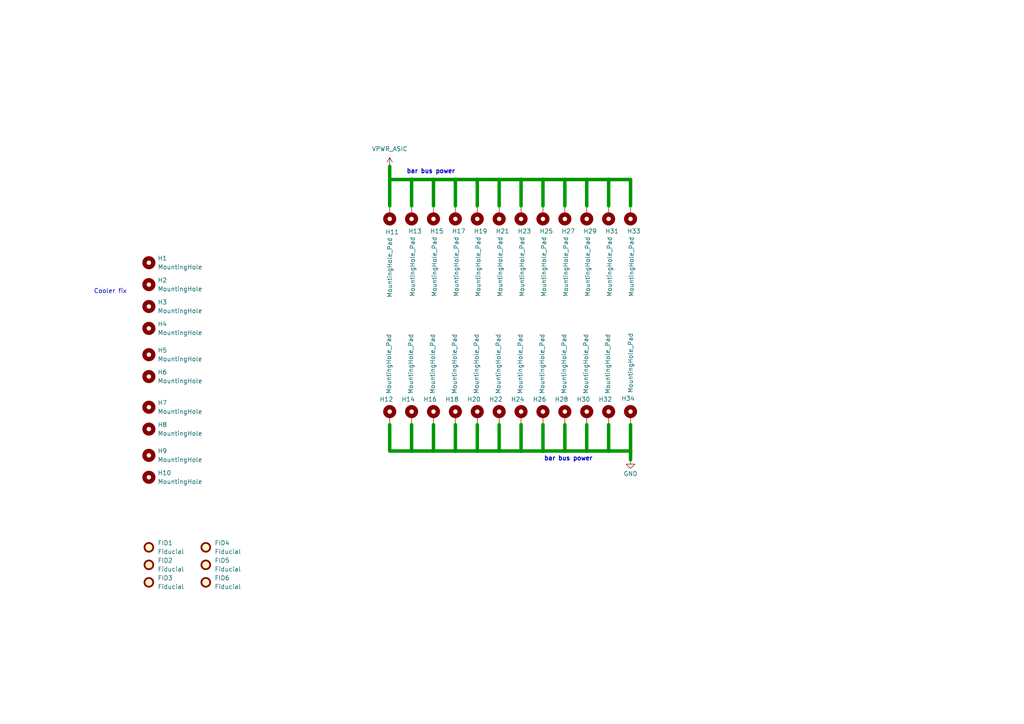
<source format=kicad_sch>
(kicad_sch (version 20231120) (generator "eeschema") (generator_version "8.0")
  (paper "A4")
  (lib_symbols
    (symbol "Mechanical:Fiducial" (exclude_from_sim yes) (in_bom no)
      (property "Reference" "FID" (at 0 5.08 0))
      (property "Value" "Fiducial" (at 0 3.175 0))
      (symbol "Fiducial_0_1"
        (circle (center 0 0) (radius 1.27) (stroke (width 0.508)) (fill (type background)))
      )
    )
    (symbol "Mechanical:MountingHole" (pin_names (offset 1.016))
      (property "Reference" "H" (at 0 5.08 0))
      (property "Value" "MountingHole" (at 0 3.175 0))
      (symbol "MountingHole_0_1"
        (circle (center 0 0) (radius 1.27) (stroke (width 1.27)))
      )
    )
    (symbol "Mechanical:MountingHole_Pad" (pin_numbers hide) (pin_names (offset 1.016) hide) (exclude_from_sim yes) (in_bom no)
      (property "Reference" "H" (at 0 6.35 0))
      (property "Value" "MountingHole_Pad" (at 0 4.445 0))
      (symbol "MountingHole_Pad_0_1"
        (circle (center 0 1.27) (radius 1.27) (stroke (width 1.27)))
      )
      (symbol "MountingHole_Pad_1_1"
        (pin input line (at 0 -2.54 90) (length 2.54) (name "1") (number "1"))
      )
    )
    (symbol "power:GND" (power) (pin_numbers hide) (pin_names (offset 0) hide)
      (property "Value" "GND" (at 0 -3.81 0))
      (symbol "GND_0_1"
        (polyline (pts (xy 0 0) (xy 0 -1.27) (xy 1.27 -1.27) (xy 0 -2.54) (xy -1.27 -1.27) (xy 0 -1.27)))
      )
      (symbol "GND_1_1"
        (pin power_in line (at 0 0 270) (length 0) (name "~") (number "1"))
      )
    )
    (symbol "power:VDD" (power) (pin_numbers hide) (pin_names (offset 0) hide)
      (property "Value" "VDD" (at 0 3.556 0))
      (symbol "VDD_0_1"
        (polyline (pts (xy -0.762 1.27) (xy 0 2.54)))
        (polyline (pts (xy 0 0) (xy 0 2.54)))
        (polyline (pts (xy 0 2.54) (xy 0.762 1.27)))
      )
      (symbol "VDD_1_1"
        (pin power_in line (at 0 0 90) (length 0) (name "~") (number "1"))
      )
    )
  )
  (junction (at 163.83 52.07))
  (junction (at 144.78 52.07))
  (junction (at 132.08 52.07))
  (junction (at 176.53 130.81))
  (junction (at 151.13 52.07))
  (junction (at 119.38 52.07))
  (junction (at 163.83 130.81))
  (junction (at 182.88 130.81))
  (junction (at 119.38 130.81))
  (junction (at 144.78 130.81))
  (junction (at 113.03 52.07))
  (junction (at 157.48 52.07))
  (junction (at 151.13 130.81))
  (junction (at 170.18 52.07))
  (junction (at 125.73 52.07))
  (junction (at 157.48 130.81))
  (junction (at 125.73 130.81))
  (junction (at 132.08 130.81))
  (junction (at 138.43 52.07))
  (junction (at 170.18 130.81))
  (junction (at 176.53 52.07))
  (junction (at 138.43 130.81))
  (wire (pts (xy 119.38 130.81) (xy 113.03 130.81)) (stroke (width 1)))
  (wire (pts (xy 170.18 52.07) (xy 176.53 52.07)) (stroke (width 1)))
  (wire (pts (xy 138.43 52.07) (xy 144.78 52.07)) (stroke (width 1)))
  (wire (pts (xy 157.48 59.69) (xy 157.48 52.07)) (stroke (width 1)))
  (wire (pts (xy 170.18 130.81) (xy 163.83 130.81)) (stroke (width 1)))
  (wire (pts (xy 176.53 130.81) (xy 182.88 130.81)) (stroke (width 1)))
  (wire (pts (xy 176.53 52.07) (xy 182.88 52.07)) (stroke (width 1)))
  (wire (pts (xy 170.18 130.81) (xy 176.53 130.81)) (stroke (width 1)))
  (wire (pts (xy 119.38 123.19) (xy 119.38 130.81)) (stroke (width 1)))
  (wire (pts (xy 144.78 59.69) (xy 144.78 52.07)) (stroke (width 1)))
  (wire (pts (xy 182.88 59.69) (xy 182.88 52.07)) (stroke (width 1)))
  (wire (pts (xy 151.13 130.81) (xy 144.78 130.81)) (stroke (width 1)))
  (wire (pts (xy 132.08 52.07) (xy 138.43 52.07)) (stroke (width 1)))
  (wire (pts (xy 176.53 59.69) (xy 176.53 52.07)) (stroke (width 1)))
  (wire (pts (xy 132.08 130.81) (xy 138.43 130.81)) (stroke (width 1)))
  (wire (pts (xy 113.03 48.26) (xy 113.03 52.07)) (stroke (width 1)))
  (wire (pts (xy 119.38 52.07) (xy 125.73 52.07)) (stroke (width 1)))
  (wire (pts (xy 138.43 59.69) (xy 138.43 52.07)) (stroke (width 1)))
  (wire (pts (xy 125.73 52.07) (xy 132.08 52.07)) (stroke (width 1)))
  (wire (pts (xy 163.83 59.69) (xy 163.83 52.07)) (stroke (width 1)))
  (wire (pts (xy 119.38 59.69) (xy 119.38 52.07)) (stroke (width 1)))
  (wire (pts (xy 170.18 59.69) (xy 170.18 52.07)) (stroke (width 1)))
  (wire (pts (xy 163.83 123.19) (xy 163.83 130.81)) (stroke (width 1)))
  (wire (pts (xy 138.43 130.81) (xy 144.78 130.81)) (stroke (width 1)))
  (wire (pts (xy 144.78 123.19) (xy 144.78 130.81)) (stroke (width 1)))
  (wire (pts (xy 157.48 130.81) (xy 151.13 130.81)) (stroke (width 1)))
  (wire (pts (xy 170.18 123.19) (xy 170.18 130.81)) (stroke (width 1)))
  (wire (pts (xy 125.73 59.69) (xy 125.73 52.07)) (stroke (width 1)))
  (wire (pts (xy 157.48 123.19) (xy 157.48 130.81)) (stroke (width 1)))
  (wire (pts (xy 182.88 130.81) (xy 182.88 133.35)) (stroke (width 1)))
  (wire (pts (xy 157.48 52.07) (xy 163.83 52.07)) (stroke (width 1)))
  (wire (pts (xy 113.03 52.07) (xy 119.38 52.07)) (stroke (width 1)))
  (wire (pts (xy 113.03 52.07) (xy 113.03 59.69)) (stroke (width 1)))
  (wire (pts (xy 113.03 123.19) (xy 113.03 130.81)) (stroke (width 1)))
  (wire (pts (xy 138.43 123.19) (xy 138.43 130.81)) (stroke (width 1)))
  (wire (pts (xy 176.53 123.19) (xy 176.53 130.81)) (stroke (width 1)))
  (wire (pts (xy 125.73 123.19) (xy 125.73 130.81)) (stroke (width 1)))
  (wire (pts (xy 163.83 52.07) (xy 170.18 52.07)) (stroke (width 1)))
  (wire (pts (xy 132.08 123.19) (xy 132.08 130.81)) (stroke (width 1)))
  (wire (pts (xy 132.08 130.81) (xy 125.73 130.81)) (stroke (width 1)))
  (wire (pts (xy 163.83 130.81) (xy 157.48 130.81)) (stroke (width 1)))
  (wire (pts (xy 144.78 52.07) (xy 151.13 52.07)) (stroke (width 1)))
  (wire (pts (xy 125.73 130.81) (xy 119.38 130.81)) (stroke (width 1)))
  (wire (pts (xy 151.13 52.07) (xy 157.48 52.07)) (stroke (width 1)))
  (wire (pts (xy 151.13 59.69) (xy 151.13 52.07)) (stroke (width 1)))
  (wire (pts (xy 132.08 59.69) (xy 132.08 52.07)) (stroke (width 1)))
  (wire (pts (xy 151.13 123.19) (xy 151.13 130.81)) (stroke (width 1)))
  (wire (pts (xy 182.88 130.81) (xy 182.88 123.19)) (stroke (width 1)))
  (text "Cooler fix" (at 32.004 84.582 0) (effects (font (size 1.27 1.27))))
  (text "bar bus power" (at 164.846 133.096 0) (effects (font (size 1.27 1.27) (thickness 0.254) (bold yes))))
  (text "bar bus power" (at 124.968 49.784 0) (effects (font (size 1.27 1.27) (thickness 0.254) (bold yes))))
  (symbol (lib_id "Mechanical:MountingHole_Pad") (at 119.38 120.65 0) (unit 1) (exclude_from_sim yes) (in_bom no)
    (property "Reference" "H14" (at 120.396 115.824 0) (effects (justify right)))
    (property "Value" "MountingHole_Pad" (at 119.126 96.774 90) (effects (justify right)))
    (property "Footprint" "EKO_Miner_ASIClib:SMTSO-M3-10ET" (effects (hide yes)))
    (property "Description" "Mounting Hole with connection" (effects (hide yes)))
    (property "MP" "SMTSO-M3-10ET" (effects (hide yes)))
    (property "P/N MOUSER" "153-SMTSO-M3-10ET" (effects (hide yes)))
  )
  (symbol (lib_id "power:VDD") (at 113.03 48.26 0) (unit 1)
    (property "Reference" "#PWR019" (effects (hide yes)))
    (property "Value" "VPWR_ASIC" (at 113.03 43.18 0))
    (property "Description" "Power symbol creates a global label with name \"VDD\"" (effects (hide yes)))
  )
  (symbol (lib_id "power:GND") (at 182.88 133.35 0) (unit 1)
    (property "Reference" "#PWR020" (effects (hide yes)))
    (property "Value" "GND" (at 182.88 137.414 0))
    (property "Description" "Power symbol creates a global label with name \"GND\" , ground" (effects (hide yes)))
  )
  (symbol (lib_id "Mechanical:MountingHole") (at 43.18 88.9 0) (unit 1)
    (property "Reference" "H3" (at 45.72 87.6299 0) (effects (justify left)))
    (property "Value" "MountingHole" (at 45.72 90.1699 0) (effects (justify left)))
    (property "Footprint" "MountingHole:MountingHole_3.2mm_M3_ISO7380" (effects (hide yes)))
    (property "Description" "Mounting Hole without connection" (effects (hide yes)))
  )
  (symbol (lib_id "Mechanical:MountingHole_Pad") (at 182.88 62.23 180) (unit 1) (exclude_from_sim yes) (in_bom no)
    (property "Reference" "H33" (at 181.864 67.056 0) (effects (justify right)))
    (property "Value" "MountingHole_Pad" (at 183.134 86.106 90) (effects (justify right)))
    (property "Footprint" "EKO_Miner_ASIClib:SMTSO-M3-10ET" (effects (hide yes)))
    (property "Description" "Mounting Hole with connection" (effects (hide yes)))
    (property "MP" "SMTSO-M3-10ET" (effects (hide yes)))
    (property "P/N MOUSER" "153-SMTSO-M3-10ET" (effects (hide yes)))
  )
  (symbol (lib_id "Mechanical:MountingHole_Pad") (at 144.78 62.23 180) (unit 1) (exclude_from_sim yes) (in_bom no)
    (property "Reference" "H21" (at 143.764 67.056 0) (effects (justify right)))
    (property "Value" "MountingHole_Pad" (at 145.034 86.106 90) (effects (justify right)))
    (property "Footprint" "EKO_Miner_ASIClib:SMTSO-M3-10ET" (effects (hide yes)))
    (property "Description" "Mounting Hole with connection" (effects (hide yes)))
    (property "MP" "SMTSO-M3-10ET" (effects (hide yes)))
    (property "P/N MOUSER" "153-SMTSO-M3-10ET" (effects (hide yes)))
  )
  (symbol (lib_id "Mechanical:MountingHole_Pad") (at 176.53 62.23 180) (unit 1) (exclude_from_sim yes) (in_bom no)
    (property "Reference" "H31" (at 175.514 67.056 0) (effects (justify right)))
    (property "Value" "MountingHole_Pad" (at 176.784 86.106 90) (effects (justify right)))
    (property "Footprint" "EKO_Miner_ASIClib:SMTSO-M3-10ET" (effects (hide yes)))
    (property "Description" "Mounting Hole with connection" (effects (hide yes)))
    (property "MP" "SMTSO-M3-10ET" (effects (hide yes)))
    (property "P/N MOUSER" "153-SMTSO-M3-10ET" (effects (hide yes)))
  )
  (symbol (lib_id "Mechanical:MountingHole_Pad") (at 138.43 62.23 180) (unit 1) (exclude_from_sim yes) (in_bom no)
    (property "Reference" "H19" (at 137.414 67.056 0) (effects (justify right)))
    (property "Value" "MountingHole_Pad" (at 138.684 86.106 90) (effects (justify right)))
    (property "Footprint" "EKO_Miner_ASIClib:SMTSO-M3-10ET" (effects (hide yes)))
    (property "Description" "Mounting Hole with connection" (effects (hide yes)))
    (property "MP" "SMTSO-M3-10ET" (effects (hide yes)))
    (property "P/N MOUSER" "153-SMTSO-M3-10ET" (effects (hide yes)))
  )
  (symbol (lib_id "Mechanical:MountingHole_Pad") (at 151.13 120.65 0) (unit 1) (exclude_from_sim yes) (in_bom no)
    (property "Reference" "H24" (at 152.146 115.824 0) (effects (justify right)))
    (property "Value" "MountingHole_Pad" (at 150.876 96.774 90) (effects (justify right)))
    (property "Footprint" "EKO_Miner_ASIClib:SMTSO-M3-10ET" (effects (hide yes)))
    (property "Description" "Mounting Hole with connection" (effects (hide yes)))
    (property "MP" "SMTSO-M3-10ET" (effects (hide yes)))
    (property "P/N MOUSER" "153-SMTSO-M3-10ET" (effects (hide yes)))
  )
  (symbol (lib_id "Mechanical:MountingHole_Pad") (at 170.18 120.65 0) (unit 1) (exclude_from_sim yes) (in_bom no)
    (property "Reference" "H30" (at 171.196 115.824 0) (effects (justify right)))
    (property "Value" "MountingHole_Pad" (at 169.926 96.774 90) (effects (justify right)))
    (property "Footprint" "EKO_Miner_ASIClib:SMTSO-M3-10ET" (effects (hide yes)))
    (property "Description" "Mounting Hole with connection" (effects (hide yes)))
    (property "MP" "SMTSO-M3-10ET" (effects (hide yes)))
    (property "P/N MOUSER" "153-SMTSO-M3-10ET" (effects (hide yes)))
  )
  (symbol (lib_id "Mechanical:MountingHole_Pad") (at 125.73 120.65 0) (unit 1) (exclude_from_sim yes) (in_bom no)
    (property "Reference" "H16" (at 126.746 115.824 0) (effects (justify right)))
    (property "Value" "MountingHole_Pad" (at 125.476 96.774 90) (effects (justify right)))
    (property "Footprint" "EKO_Miner_ASIClib:SMTSO-M3-10ET" (effects (hide yes)))
    (property "Description" "Mounting Hole with connection" (effects (hide yes)))
    (property "MP" "SMTSO-M3-10ET" (effects (hide yes)))
    (property "P/N MOUSER" "153-SMTSO-M3-10ET" (effects (hide yes)))
  )
  (symbol (lib_id "Mechanical:Fiducial") (at 43.18 158.75 0) (unit 1) (exclude_from_sim yes) (in_bom no)
    (property "Reference" "FID1" (at 45.72 157.4799 0) (effects (justify left)))
    (property "Value" "Fiducial" (at 45.72 160.0199 0) (effects (justify left)))
    (property "Footprint" "Fiducial:Fiducial_1mm_Mask2mm" (effects (hide yes)))
    (property "Description" "Fiducial Marker" (effects (hide yes)))
  )
  (symbol (lib_id "Mechanical:MountingHole_Pad") (at 144.78 120.65 0) (unit 1) (exclude_from_sim yes) (in_bom no)
    (property "Reference" "H22" (at 145.796 115.824 0) (effects (justify right)))
    (property "Value" "MountingHole_Pad" (at 144.526 96.774 90) (effects (justify right)))
    (property "Footprint" "EKO_Miner_ASIClib:SMTSO-M3-10ET" (effects (hide yes)))
    (property "Description" "Mounting Hole with connection" (effects (hide yes)))
    (property "MP" "SMTSO-M3-10ET" (effects (hide yes)))
    (property "P/N MOUSER" "153-SMTSO-M3-10ET" (effects (hide yes)))
  )
  (symbol (lib_id "Mechanical:MountingHole_Pad") (at 170.18 62.23 180) (unit 1) (exclude_from_sim yes) (in_bom no)
    (property "Reference" "H29" (at 169.164 67.056 0) (effects (justify right)))
    (property "Value" "MountingHole_Pad" (at 170.434 86.106 90) (effects (justify right)))
    (property "Footprint" "EKO_Miner_ASIClib:SMTSO-M3-10ET" (effects (hide yes)))
    (property "Description" "Mounting Hole with connection" (effects (hide yes)))
    (property "MP" "SMTSO-M3-10ET" (effects (hide yes)))
    (property "P/N MOUSER" "153-SMTSO-M3-10ET" (effects (hide yes)))
  )
  (symbol (lib_id "Mechanical:Fiducial") (at 59.69 163.83 0) (unit 1) (exclude_from_sim yes) (in_bom no)
    (property "Reference" "FID5" (at 62.23 162.5599 0) (effects (justify left)))
    (property "Value" "Fiducial" (at 62.23 165.0999 0) (effects (justify left)))
    (property "Footprint" "Fiducial:Fiducial_1mm_Mask2mm" (effects (hide yes)))
    (property "Description" "Fiducial Marker" (effects (hide yes)))
  )
  (symbol (lib_id "Mechanical:MountingHole_Pad") (at 132.08 62.23 180) (unit 1) (exclude_from_sim yes) (in_bom no)
    (property "Reference" "H17" (at 131.064 67.056 0) (effects (justify right)))
    (property "Value" "MountingHole_Pad" (at 132.334 86.106 90) (effects (justify right)))
    (property "Footprint" "EKO_Miner_ASIClib:SMTSO-M3-10ET" (effects (hide yes)))
    (property "Description" "Mounting Hole with connection" (effects (hide yes)))
    (property "MP" "SMTSO-M3-10ET" (effects (hide yes)))
    (property "P/N MOUSER" "153-SMTSO-M3-10ET" (effects (hide yes)))
  )
  (symbol (lib_id "Mechanical:MountingHole") (at 43.18 118.11 0) (unit 1)
    (property "Reference" "H7" (at 45.72 116.8399 0) (effects (justify left)))
    (property "Value" "MountingHole" (at 45.72 119.3799 0) (effects (justify left)))
    (property "Footprint" "MountingHole:MountingHole_3.2mm_M3_ISO7380" (effects (hide yes)))
    (property "Description" "Mounting Hole without connection" (effects (hide yes)))
  )
  (symbol (lib_id "Mechanical:MountingHole") (at 43.18 138.43 0) (unit 1)
    (property "Reference" "H10" (at 45.72 137.1599 0) (effects (justify left)))
    (property "Value" "MountingHole" (at 45.72 139.6999 0) (effects (justify left)))
    (property "Footprint" "MountingHole:MountingHole_3.2mm_M3_ISO7380" (effects (hide yes)))
    (property "Description" "Mounting Hole without connection" (effects (hide yes)))
  )
  (symbol (lib_id "Mechanical:MountingHole_Pad") (at 119.38 62.23 180) (unit 1) (exclude_from_sim yes) (in_bom no)
    (property "Reference" "H13" (at 118.364 67.056 0) (effects (justify right)))
    (property "Value" "MountingHole_Pad" (at 119.634 86.106 90) (effects (justify right)))
    (property "Footprint" "EKO_Miner_ASIClib:SMTSO-M3-10ET" (effects (hide yes)))
    (property "Description" "Mounting Hole with connection" (effects (hide yes)))
    (property "MP" "SMTSO-M3-10ET" (effects (hide yes)))
    (property "P/N MOUSER" "153-SMTSO-M3-10ET" (effects (hide yes)))
  )
  (symbol (lib_id "Mechanical:MountingHole") (at 43.18 124.46 0) (unit 1)
    (property "Reference" "H8" (at 45.72 123.1899 0) (effects (justify left)))
    (property "Value" "MountingHole" (at 45.72 125.7299 0) (effects (justify left)))
    (property "Footprint" "MountingHole:MountingHole_3.2mm_M3_ISO7380" (effects (hide yes)))
    (property "Description" "Mounting Hole without connection" (effects (hide yes)))
  )
  (symbol (lib_id "Mechanical:MountingHole_Pad") (at 157.48 120.65 0) (unit 1) (exclude_from_sim yes) (in_bom no)
    (property "Reference" "H26" (at 158.496 115.824 0) (effects (justify right)))
    (property "Value" "MountingHole_Pad" (at 157.226 96.774 90) (effects (justify right)))
    (property "Footprint" "EKO_Miner_ASIClib:SMTSO-M3-10ET" (effects (hide yes)))
    (property "Description" "Mounting Hole with connection" (effects (hide yes)))
    (property "MP" "SMTSO-M3-10ET" (effects (hide yes)))
    (property "P/N MOUSER" "153-SMTSO-M3-10ET" (effects (hide yes)))
  )
  (symbol (lib_id "Mechanical:Fiducial") (at 43.18 163.83 0) (unit 1) (exclude_from_sim yes) (in_bom no)
    (property "Reference" "FID2" (at 45.72 162.5599 0) (effects (justify left)))
    (property "Value" "Fiducial" (at 45.72 165.0999 0) (effects (justify left)))
    (property "Footprint" "Fiducial:Fiducial_1mm_Mask2mm" (effects (hide yes)))
    (property "Description" "Fiducial Marker" (effects (hide yes)))
  )
  (symbol (lib_id "Mechanical:MountingHole") (at 43.18 95.25 0) (unit 1)
    (property "Reference" "H4" (at 45.72 93.9799 0) (effects (justify left)))
    (property "Value" "MountingHole" (at 45.72 96.5199 0) (effects (justify left)))
    (property "Footprint" "MountingHole:MountingHole_3.2mm_M3_ISO7380" (effects (hide yes)))
    (property "Description" "Mounting Hole without connection" (effects (hide yes)))
  )
  (symbol (lib_id "Mechanical:MountingHole") (at 43.18 82.55 0) (unit 1)
    (property "Reference" "H2" (at 45.72 81.2799 0) (effects (justify left)))
    (property "Value" "MountingHole" (at 45.72 83.8199 0) (effects (justify left)))
    (property "Footprint" "MountingHole:MountingHole_3.2mm_M3_ISO7380" (effects (hide yes)))
    (property "Description" "Mounting Hole without connection" (effects (hide yes)))
  )
  (symbol (lib_id "Mechanical:MountingHole_Pad") (at 163.83 62.23 180) (unit 1) (exclude_from_sim yes) (in_bom no)
    (property "Reference" "H27" (at 162.814 67.056 0) (effects (justify right)))
    (property "Value" "MountingHole_Pad" (at 164.084 86.106 90) (effects (justify right)))
    (property "Footprint" "EKO_Miner_ASIClib:SMTSO-M3-10ET" (effects (hide yes)))
    (property "Description" "Mounting Hole with connection" (effects (hide yes)))
    (property "MP" "SMTSO-M3-10ET" (effects (hide yes)))
    (property "P/N MOUSER" "153-SMTSO-M3-10ET" (effects (hide yes)))
  )
  (symbol (lib_id "Mechanical:MountingHole") (at 43.18 76.2 0) (unit 1)
    (property "Reference" "H1" (at 45.72 74.9299 0) (effects (justify left)))
    (property "Value" "MountingHole" (at 45.72 77.4699 0) (effects (justify left)))
    (property "Footprint" "MountingHole:MountingHole_3.2mm_M3_ISO7380" (effects (hide yes)))
    (property "Description" "Mounting Hole without connection" (effects (hide yes)))
  )
  (symbol (lib_id "Mechanical:MountingHole") (at 43.18 109.22 0) (unit 1)
    (property "Reference" "H6" (at 45.72 107.9499 0) (effects (justify left)))
    (property "Value" "MountingHole" (at 45.72 110.4899 0) (effects (justify left)))
    (property "Footprint" "MountingHole:MountingHole_3.2mm_M3_ISO7380" (effects (hide yes)))
    (property "Description" "Mounting Hole without connection" (effects (hide yes)))
  )
  (symbol (lib_id "Mechanical:MountingHole_Pad") (at 157.48 62.23 180) (unit 1) (exclude_from_sim yes) (in_bom no)
    (property "Reference" "H25" (at 156.464 67.056 0) (effects (justify right)))
    (property "Value" "MountingHole_Pad" (at 157.734 86.106 90) (effects (justify right)))
    (property "Footprint" "EKO_Miner_ASIClib:SMTSO-M3-10ET" (effects (hide yes)))
    (property "Description" "Mounting Hole with connection" (effects (hide yes)))
    (property "MP" "SMTSO-M3-10ET" (effects (hide yes)))
    (property "P/N MOUSER" "153-SMTSO-M3-10ET" (effects (hide yes)))
  )
  (symbol (lib_id "Mechanical:MountingHole_Pad") (at 113.03 120.65 0) (unit 1) (exclude_from_sim yes) (in_bom no)
    (property "Reference" "H12" (at 114.046 115.824 0) (effects (justify right)))
    (property "Value" "MountingHole_Pad" (at 112.776 96.774 90) (effects (justify right)))
    (property "Footprint" "EKO_Miner_ASIClib:SMTSO-M3-10ET" (effects (hide yes)))
    (property "Description" "Mounting Hole with connection" (effects (hide yes)))
    (property "MP" "SMTSO-M3-10ET" (effects (hide yes)))
    (property "P/N MOUSER" "153-SMTSO-M3-10ET" (effects (hide yes)))
  )
  (symbol (lib_id "Mechanical:MountingHole_Pad") (at 125.73 62.23 180) (unit 1) (exclude_from_sim yes) (in_bom no)
    (property "Reference" "H15" (at 124.714 67.056 0) (effects (justify right)))
    (property "Value" "MountingHole_Pad" (at 125.984 86.106 90) (effects (justify right)))
    (property "Footprint" "EKO_Miner_ASIClib:SMTSO-M3-10ET" (effects (hide yes)))
    (property "Description" "Mounting Hole with connection" (effects (hide yes)))
    (property "MP" "SMTSO-M3-10ET" (effects (hide yes)))
    (property "P/N MOUSER" "153-SMTSO-M3-10ET" (effects (hide yes)))
  )
  (symbol (lib_id "Mechanical:Fiducial") (at 59.69 158.75 0) (unit 1) (exclude_from_sim yes) (in_bom no)
    (property "Reference" "FID4" (at 62.23 157.4799 0) (effects (justify left)))
    (property "Value" "Fiducial" (at 62.23 160.0199 0) (effects (justify left)))
    (property "Footprint" "Fiducial:Fiducial_1mm_Mask2mm" (effects (hide yes)))
    (property "Description" "Fiducial Marker" (effects (hide yes)))
  )
  (symbol (lib_id "Mechanical:MountingHole_Pad") (at 132.08 120.65 0) (unit 1) (exclude_from_sim yes) (in_bom no)
    (property "Reference" "H18" (at 133.096 115.824 0) (effects (justify right)))
    (property "Value" "MountingHole_Pad" (at 131.826 96.774 90) (effects (justify right)))
    (property "Footprint" "EKO_Miner_ASIClib:SMTSO-M3-10ET" (effects (hide yes)))
    (property "Description" "Mounting Hole with connection" (effects (hide yes)))
    (property "MP" "SMTSO-M3-10ET" (effects (hide yes)))
    (property "P/N MOUSER" "153-SMTSO-M3-10ET" (effects (hide yes)))
  )
  (symbol (lib_id "Mechanical:MountingHole_Pad") (at 151.13 62.23 180) (unit 1) (exclude_from_sim yes) (in_bom no)
    (property "Reference" "H23" (at 150.114 67.056 0) (effects (justify right)))
    (property "Value" "MountingHole_Pad" (at 151.384 86.106 90) (effects (justify right)))
    (property "Footprint" "EKO_Miner_ASIClib:SMTSO-M3-10ET" (effects (hide yes)))
    (property "Description" "Mounting Hole with connection" (effects (hide yes)))
    (property "MP" "SMTSO-M3-10ET" (effects (hide yes)))
    (property "P/N MOUSER" "153-SMTSO-M3-10ET" (effects (hide yes)))
  )
  (symbol (lib_id "Mechanical:MountingHole_Pad") (at 113.03 62.23 180) (unit 1) (exclude_from_sim yes) (in_bom no)
    (property "Reference" "H11" (at 111.76 67.31 0) (effects (justify right)))
    (property "Value" "MountingHole_Pad" (at 113.03 86.36 90) (effects (justify right)))
    (property "Footprint" "EKO_Miner_ASIClib:SMTSO-M3-10ET" (effects (hide yes)))
    (property "Description" "Mounting Hole with connection" (effects (hide yes)))
    (property "MP" "SMTSO-M3-10ET" (effects (hide yes)))
    (property "P/N MOUSER" "153-SMTSO-M3-10ET" (effects (hide yes)))
  )
  (symbol (lib_id "Mechanical:MountingHole") (at 43.18 132.08 0) (unit 1)
    (property "Reference" "H9" (at 45.72 130.8099 0) (effects (justify left)))
    (property "Value" "MountingHole" (at 45.72 133.3499 0) (effects (justify left)))
    (property "Footprint" "MountingHole:MountingHole_3.2mm_M3_ISO7380" (effects (hide yes)))
    (property "Description" "Mounting Hole without connection" (effects (hide yes)))
  )
  (symbol (lib_id "Mechanical:Fiducial") (at 59.69 168.91 0) (unit 1) (exclude_from_sim yes) (in_bom no)
    (property "Reference" "FID6" (at 62.23 167.6399 0) (effects (justify left)))
    (property "Value" "Fiducial" (at 62.23 170.1799 0) (effects (justify left)))
    (property "Footprint" "Fiducial:Fiducial_1mm_Mask2mm" (effects (hide yes)))
    (property "Description" "Fiducial Marker" (effects (hide yes)))
  )
  (symbol (lib_id "Mechanical:MountingHole_Pad") (at 176.53 120.65 0) (unit 1) (exclude_from_sim yes) (in_bom no)
    (property "Reference" "H32" (at 177.546 115.824 0) (effects (justify right)))
    (property "Value" "MountingHole_Pad" (at 176.276 96.774 90) (effects (justify right)))
    (property "Footprint" "EKO_Miner_ASIClib:SMTSO-M3-10ET" (effects (hide yes)))
    (property "Description" "Mounting Hole with connection" (effects (hide yes)))
    (property "MP" "SMTSO-M3-10ET" (effects (hide yes)))
    (property "P/N MOUSER" "153-SMTSO-M3-10ET" (effects (hide yes)))
  )
  (symbol (lib_id "Mechanical:MountingHole_Pad") (at 163.83 120.65 0) (unit 1) (exclude_from_sim yes) (in_bom no)
    (property "Reference" "H28" (at 164.846 115.824 0) (effects (justify right)))
    (property "Value" "MountingHole_Pad" (at 163.576 96.774 90) (effects (justify right)))
    (property "Footprint" "EKO_Miner_ASIClib:SMTSO-M3-10ET" (effects (hide yes)))
    (property "Description" "Mounting Hole with connection" (effects (hide yes)))
    (property "MP" "SMTSO-M3-10ET" (effects (hide yes)))
    (property "P/N MOUSER" "153-SMTSO-M3-10ET" (effects (hide yes)))
  )
  (symbol (lib_id "Mechanical:Fiducial") (at 43.18 168.91 0) (unit 1) (exclude_from_sim yes) (in_bom no)
    (property "Reference" "FID3" (at 45.72 167.6399 0) (effects (justify left)))
    (property "Value" "Fiducial" (at 45.72 170.1799 0) (effects (justify left)))
    (property "Footprint" "Fiducial:Fiducial_1mm_Mask2mm" (effects (hide yes)))
    (property "Description" "Fiducial Marker" (effects (hide yes)))
  )
  (symbol (lib_id "Mechanical:MountingHole_Pad") (at 182.88 120.65 0) (unit 1) (exclude_from_sim yes) (in_bom no)
    (property "Reference" "H34" (at 184.15 115.57 0) (effects (justify right)))
    (property "Value" "MountingHole_Pad" (at 182.88 96.52 90) (effects (justify right)))
    (property "Footprint" "EKO_Miner_ASIClib:SMTSO-M3-10ET" (effects (hide yes)))
    (property "Description" "Mounting Hole with connection" (effects (hide yes)))
    (property "MP" "SMTSO-M3-10ET" (effects (hide yes)))
    (property "P/N MOUSER" "153-SMTSO-M3-10ET" (effects (hide yes)))
  )
  (symbol (lib_id "Mechanical:MountingHole_Pad") (at 138.43 120.65 0) (unit 1) (exclude_from_sim yes) (in_bom no)
    (property "Reference" "H20" (at 139.446 115.824 0) (effects (justify right)))
    (property "Value" "MountingHole_Pad" (at 138.176 96.774 90) (effects (justify right)))
    (property "Footprint" "EKO_Miner_ASIClib:SMTSO-M3-10ET" (effects (hide yes)))
    (property "Description" "Mounting Hole with connection" (effects (hide yes)))
    (property "MP" "SMTSO-M3-10ET" (effects (hide yes)))
    (property "P/N MOUSER" "153-SMTSO-M3-10ET" (effects (hide yes)))
  )
  (symbol (lib_id "Mechanical:MountingHole") (at 43.18 102.87 0) (unit 1)
    (property "Reference" "H5" (at 45.72 101.5999 0) (effects (justify left)))
    (property "Value" "MountingHole" (at 45.72 104.1399 0) (effects (justify left)))
    (property "Footprint" "MountingHole:MountingHole_3.2mm_M3_ISO7380" (effects (hide yes)))
    (property "Description" "Mounting Hole without connection" (effects (hide yes)))
  )
)
</source>
